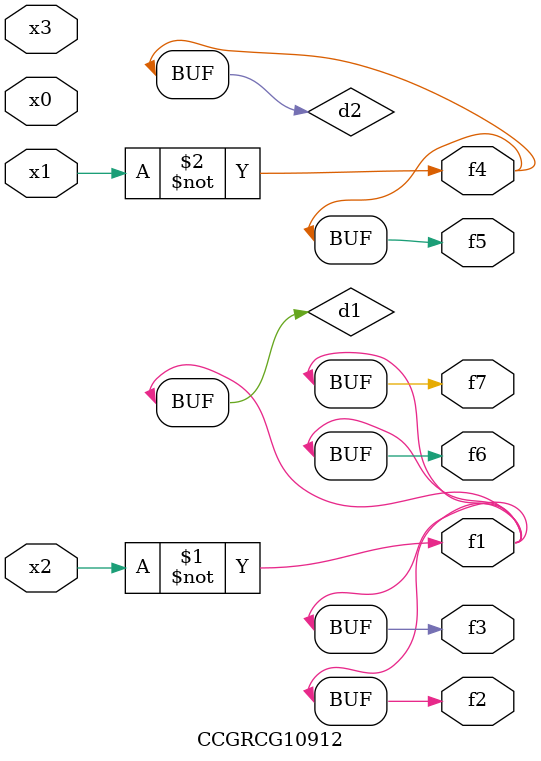
<source format=v>
module CCGRCG10912(
	input x0, x1, x2, x3,
	output f1, f2, f3, f4, f5, f6, f7
);

	wire d1, d2;

	xnor (d1, x2);
	not (d2, x1);
	assign f1 = d1;
	assign f2 = d1;
	assign f3 = d1;
	assign f4 = d2;
	assign f5 = d2;
	assign f6 = d1;
	assign f7 = d1;
endmodule

</source>
